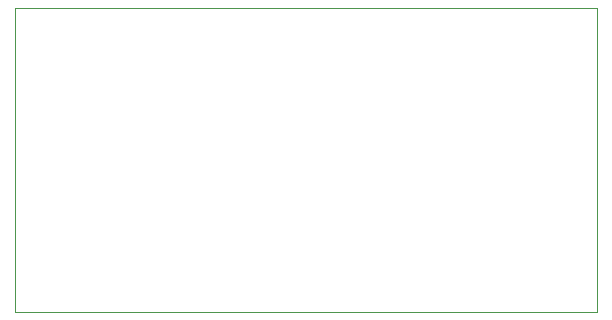
<source format=gbr>
%TF.GenerationSoftware,KiCad,Pcbnew,(5.1.6)-1*%
%TF.CreationDate,2022-05-18T10:49:22-04:00*%
%TF.ProjectId,sensor_v1,73656e73-6f72-45f7-9631-2e6b69636164,rev?*%
%TF.SameCoordinates,Original*%
%TF.FileFunction,Profile,NP*%
%FSLAX46Y46*%
G04 Gerber Fmt 4.6, Leading zero omitted, Abs format (unit mm)*
G04 Created by KiCad (PCBNEW (5.1.6)-1) date 2022-05-18 10:49:22*
%MOMM*%
%LPD*%
G01*
G04 APERTURE LIST*
%TA.AperFunction,Profile*%
%ADD10C,0.050000*%
%TD*%
G04 APERTURE END LIST*
D10*
X143002000Y-69088000D02*
X93726000Y-69088000D01*
X143002000Y-94869000D02*
X143002000Y-69088000D01*
X93726000Y-94869000D02*
X143002000Y-94869000D01*
X93726000Y-69088000D02*
X93726000Y-94869000D01*
M02*

</source>
